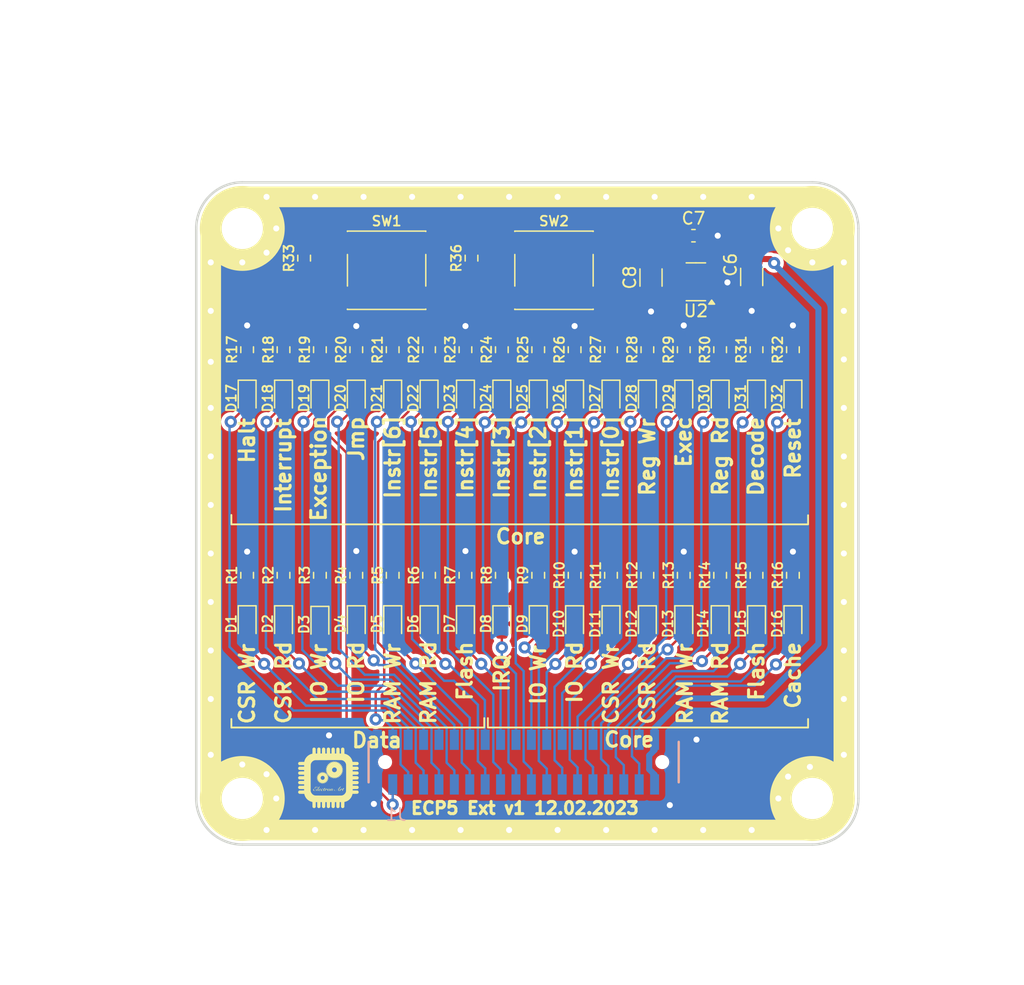
<source format=kicad_pcb>
(kicad_pcb (version 20240108) (generator "pcbnew") (generator_version "8.0")
  (layers (0 "F.Cu" signal) (1 "In1.Cu" signal) (2 "In2.Cu" signal) (31 "B.Cu" signal) (34 "B.Paste" user) (35 "F.Paste" user) (36 "B.SilkS" user "B.Silkscreen") (37 "F.SilkS" user "F.Silkscreen") (38 "B.Mask" user) (39 "F.Mask" user) (44 "Edge.Cuts" user))
  (net 0 "")
  (net 1 "+3.3V")
  (net 2 "Net-(U2-BP)")
  (net 3 "GND")
  (net 4 "+5V")
  (net 5 "Net-(D1-K)")
  (net 6 "EXT_32")
  (net 7 "Net-(D2-K)")
  (net 8 "EXT_30")
  (net 9 "Net-(D3-K)")
  (net 10 "EXT_28")
  (net 11 "Net-(D4-K)")
  (net 12 "EXT_26")
  (net 13 "Net-(D5-K)")
  (net 14 "EXT_24")
  (net 15 "Net-(D6-K)")
  (net 16 "EXT_22")
  (net 17 "Net-(D7-K)")
  (net 18 "EXT_20")
  (net 19 "Net-(D8-K)")
  (net 20 "EXT_18")
  (net 21 "Net-(D9-K)")
  (net 22 "EXT_16")
  (net 23 "Net-(D10-K)")
  (net 24 "EXT_14")
  (net 25 "Net-(D11-K)")
  (net 26 "EXT_12")
  (net 27 "Net-(D12-K)")
  (net 28 "EXT_10")
  (net 29 "Net-(D13-K)")
  (net 30 "EXT_8")
  (net 31 "Net-(D14-K)")
  (net 32 "EXT_6")
  (net 33 "Net-(D15-K)")
  (net 34 "EXT_4")
  (net 35 "Net-(D16-K)")
  (net 36 "EXT_2")
  (net 37 "Net-(D17-K)")
  (net 38 "EXT_31")
  (net 39 "Net-(D18-K)")
  (net 40 "EXT_29")
  (net 41 "Net-(D19-K)")
  (net 42 "EXT_27")
  (net 43 "Net-(D20-K)")
  (net 44 "EXT_25")
  (net 45 "Net-(D21-K)")
  (net 46 "EXT_23")
  (net 47 "Net-(D22-K)")
  (net 48 "EXT_21")
  (net 49 "Net-(D23-K)")
  (net 50 "EXT_19")
  (net 51 "Net-(D24-K)")
  (net 52 "EXT_17")
  (net 53 "Net-(D25-K)")
  (net 54 "EXT_15")
  (net 55 "Net-(D26-K)")
  (net 56 "EXT_13")
  (net 57 "Net-(D27-K)")
  (net 58 "EXT_11")
  (net 59 "Net-(D28-K)")
  (net 60 "EXT_9")
  (net 61 "Net-(D29-K)")
  (net 62 "EXT_7")
  (net 63 "Net-(D30-K)")
  (net 64 "EXT_5")
  (net 65 "Net-(D31-K)")
  (net 66 "EXT_3")
  (net 67 "Net-(D32-K)")
  (net 68 "EXT_1")
  (net 69 "EXT_0")
  (net 70 "EXT_33")
  (net 71 "Net-(R33-Pad2)")
  (net 72 "Net-(R36-Pad2)")
  (footprint "Resistor_SMD:R_0603_1608Metric" (layer "F.Cu") (at 156 83.2 90)
    (property "Reference" "R27")
    (property "Value" "750")
  )
  (footprint "LED_SMD:LED_0603_1608Metric" (layer "F.Cu") (at 144 87.2 -90)
    (property "Reference" "D23")
    (property "Value" "BLUE")
  )
  (footprint "Resistor_SMD:R_0603_1608Metric" (layer "F.Cu") (at 162 83.2 90)
    (property "Reference" "R29")
    (property "Value" "330")
  )
  (footprint "Resistor_SMD:R_0603_1608Metric" (layer "F.Cu") (at 141 101.8 90)
    (property "Reference" "R6")
    (property "Value" "330")
  )
  (footprint "Resistor_SMD:R_0603_1608Metric" (layer "F.Cu") (at 162 101.8 90)
    (property "Reference" "R13")
    (property "Value" "330")
  )
  (footprint "MountingHole:MountingHole_3.2mm_M3" (layer "F.Cu") (at 172.6 73.2)
    (property "Reference" "H2" (hide yes))
    (property "Value" "MountingHole" (hide yes))
  )
  (footprint "Resistor_SMD:R_0603_1608Metric" (layer "F.Cu") (at 150 101.8 90)
    (property "Reference" "R9")
    (property "Value" "750")
  )
  (footprint "Capacitor_SMD:C_0603_1608Metric" (layer "F.Cu") (at 162.8 73.8)
    (property "Reference" "C7")
    (property "Value" "470p")
  )
  (footprint "MountingHole:MountingHole_3.2mm_M3" (layer "F.Cu") (at 125.6 73.2)
    (property "Reference" "H1" (hide yes))
    (property "Value" "MountingHole" (hide yes))
  )
  (footprint "Resistor_SMD:R_0603_1608Metric" (layer "F.Cu") (at 165 101.8 90)
    (property "Reference" "R14")
    (property "Value" "330")
  )
  (footprint "Resistor_SMD:R_0603_1608Metric" (layer "F.Cu") (at 126 83.2 90)
    (property "Reference" "R17")
    (property "Value" "715")
  )
  (footprint "LED_SMD:LED_0603_1608Metric" (layer "F.Cu") (at 138 87.2 -90)
    (property "Reference" "D21")
    (property "Value" "BLUE")
  )
  (footprint "Resistor_SMD:R_0603_1608Metric" (layer "F.Cu") (at 165 83.2 90)
    (property "Reference" "R30")
    (property "Value" "330")
  )
  (footprint "LED_SMD:LED_0603_1608Metric" (layer "F.Cu") (at 129 87.2 -90)
    (property "Reference" "D18")
    (property "Value" "RED")
  )
  (footprint "MountingHole:MountingHole_3.2mm_M3" (layer "F.Cu") (at 125.6 120.2)
    (property "Reference" "H4" (hide yes))
    (property "Value" "MountingHole" (hide yes))
  )
  (footprint "LED_SMD:LED_0603_1608Metric" (layer "F.Cu") (at 138 105.8 -90)
    (property "Reference" "D5")
    (property "Value" "BLUE")
  )
  (footprint "Resistor_SMD:R_0603_1608Metric" (layer "F.Cu") (at 138 101.8 90)
    (property "Reference" "R5")
    (property "Value" "330")
  )
  (footprint "Resistor_SMD:R_0603_1608Metric" (layer "F.Cu") (at 129 101.8 90)
    (property "Reference" "R2")
    (property "Value" "715")
  )
  (footprint "Resistor_SMD:R_0603_1608Metric" (layer "F.Cu") (at 159 83.2 90)
    (property "Reference" "R28")
    (property "Value" "750")
  )
  (footprint "Capacitor_SMD:C_1206_3216Metric" (layer "F.Cu") (at 159.3 77.25 -90)
    (property "Reference" "C8")
    (property "Value" "2.2µF")
  )
  (footprint "LED_SMD:LED_0603_1608Metric" (layer "F.Cu") (at 156 87.2 -90)
    (property "Reference" "D27")
    (property "Value" "YLW")
  )
  (footprint "Resistor_SMD:R_0603_1608Metric" (layer "F.Cu") (at 144 83.2 90)
    (property "Reference" "R23")
    (property "Value" "330")
  )
  (footprint "LED_SMD:LED_0603_1608Metric" (layer "F.Cu") (at 159 105.8 -90)
    (property "Reference" "D12")
    (property "Value" "YLW")
  )
  (footprint "LED_SMD:LED_0603_1608Metric" (layer "F.Cu") (at 168 87.2 -90)
    (property "Reference" "D31")
    (property "Value" "GREEN")
  )
  (footprint "LED_SMD:LED_0603_1608Metric" (layer "F.Cu") (at 171 87.2 -90)
    (property "Reference" "D32")
    (property "Value" "GREEN")
  )
  (footprint "Resistor_SMD:R_0603_1608Metric" (layer "F.Cu") (at 159 101.8 90)
    (property "Reference" "R12")
    (property "Value" "750")
  )
  (footprint "LED_SMD:LED_0603_1608Metric" (layer "F.Cu") (at 144 105.8 -90)
    (property "Reference" "D7")
    (property "Value" "BLUE")
  )
  (footprint "Resistor_SMD:R_0603_1608Metric" (layer "F.Cu") (at 150 83.2 90)
    (property "Reference" "R25")
    (property "Value" "750")
  )
  (footprint "Resistor_SMD:R_0603_1608Metric" (layer "F.Cu") (at 144.5 75.65 90)
    (property "Reference" "R36")
    (property "Value" "130")
  )
  (footprint "LED_SMD:LED_0603_1608Metric" (layer "F.Cu") (at 147 105.8 -90)
    (property "Reference" "D8")
    (property "Value" "BLUE")
  )
  (footprint "Resistor_SMD:R_0603_1608Metric" (layer "F.Cu") (at 132 83.2 90)
    (property "Reference" "R19")
    (property "Value" "715")
  )
  (footprint "LOGO" (layer "F.Cu") (at 132.7 118.5)
    (property "Reference" "G***" (hide yes))
    (property "Value" "LOGO" (hide yes))
  )
  (footprint "LED_SMD:LED_0603_1608Metric" (layer "F.Cu") (at 150 87.2 -90)
    (property "Reference" "D25")
    (property "Value" "YLW")
  )
  (footprint "LED_SMD:LED_0603_1608Metric" (layer "F.Cu") (at 126 87.2 -90)
    (property "Reference" "D17")
    (property "Value" "RED")
  )
  (footprint "LED_SMD:LED_0603_1608Metric" (layer "F.Cu") (at 150 105.8 -90)
    (property "Reference" "D9")
    (property "Value" "YLW")
  )
  (footprint "LED_SMD:LED_0603_1608Metric" (layer "F.Cu") (at 141 87.2 -90)
    (property "Reference" "D22")
    (property "Value" "BLUE")
  )
  (footprint "Resistor_SMD:R_0603_1608Metric" (layer "F.Cu") (at 153 101.8 90)
    (property "Reference" "R10")
    (property "Value" "750")
  )
  (footprint "Resistor_SMD:R_0603_1608Metric" (layer "F.Cu") (at 147 101.8 90)
    (property "Reference" "R8")
    (property "Value" "330")
  )
  (footprint "Resistor_SMD:R_0603_1608Metric" (layer "F.Cu") (at 126 101.8 90)
    (property "Reference" "R1")
    (property "Value" "715")
  )
  (footprint "Button_Switch_SMD:SW_SPST_PTS645" (layer "F.Cu") (at 137.5 76.65)
    (property "Reference" "SW1")
    (property "Value" "User")
  )
  (footprint "Resistor_SMD:R_0603_1608Metric" (layer "F.Cu") (at 168 83.2 90)
    (property "Reference" "R31")
    (property "Value" "330")
  )
  (footprint "LED_SMD:LED_0603_1608Metric" (layer "F.Cu") (at 129 105.8 -90)
    (property "Reference" "D2")
    (property "Value" "RED")
  )
  (footprint "LED_SMD:LED_0603_1608Metric" (layer "F.Cu") (at 165 87.2 -90)
    (property "Reference" "D30")
    (property "Value" "GREEN")
  )
  (footprint "LED_SMD:LED_0603_1608Metric" (layer "F.Cu") (at 171 105.8 -90)
    (property "Reference" "D16")
    (property "Value" "GREEN")
  )
  (footprint "Resistor_SMD:R_0603_1608Metric" (layer "F.Cu") (at 171 83.2 90)
    (property "Reference" "R32")
    (property "Value" "330")
  )
  (footprint "Button_Switch_SMD:SW_SPST_PTS645" (layer "F.Cu") (at 151.3 76.65)
    (property "Reference" "SW2")
    (property "Value" "User")
  )
  (footprint "LED_SMD:LED_0603_1608Metric" (layer "F.Cu") (at 168 105.8 -90)
    (property "Reference" "D15")
    (property "Value" "GREEN")
  )
  (footprint "LED_SMD:LED_0603_1608Metric" (layer "F.Cu") (at 132 105.85 -90)
    (property "Reference" "D3")
    (property "Value" "RED")
  )
  (footprint "LED_SMD:LED_0603_1608Metric" (layer "F.Cu") (at 153 87.2 -90)
    (property "Reference" "D26")
    (property "Value" "YLW")
  )
  (footprint "LED_SMD:LED_0603_1608Metric" (layer "F.Cu") (at 135 87.2 -90)
    (property "Reference" "D20")
    (property "Value" "RED")
  )
  (footprint "Resistor_SMD:R_0603_1608Metric" (layer "F.Cu") (at 171 101.8 90)
    (property "Reference" "R16")
    (property "Value" "330")
  )
  (footprint "Resistor_SMD:R_0603_1608Metric" (layer "F.Cu") (at 135 101.8 90)
    (property "Reference" "R4")
    (property "Value" "715")
  )
  (footprint "LED_SMD:LED_0603_1608Metric" (layer "F.Cu") (at 147 87.2 -90)
    (property "Reference" "D24")
    (property "Value" "BLUE")
  )
  (footprint "Resistor_SMD:R_0603_1608Metric" (layer "F.Cu") (at 156 101.8 90)
    (property "Reference" "R11")
    (property "Value" "750")
  )
  (footprint "MountingHole:MountingHole_3.2mm_M3" (layer "F.Cu") (at 172.6 120.2)
    (property "Reference" "H3" (hide yes))
    (property "Value" "MountingHole" (hide yes))
  )
  (footprint "LED_SMD:LED_0603_1608Metric" (layer "F.Cu") (at 153 105.8 -90)
    (property "Reference" "D10")
    (property "Value" "YLW")
  )
  (footprint "Resistor_SMD:R_0603_1608Metric" (layer "F.Cu") (at 130.7 75.65 90)
    (property "Reference" "R33")
    (property "Value" "130")
  )
  (footprint "Package_TO_SOT_SMD:SOT-23-5" (layer "F.Cu") (at 163 77.6 180)
    (property "Reference" "U2")
    (property "Value" "MIC5219-3.3YM5")
  )
  (footprint "Capacitor_SMD:C_1206_3216Metric" (layer "F.Cu") (at 167.6 77.2 -90)
    (property "Reference" "C6")
    (property "Value" "2.2µF")
  )
  (footprint "Resistor_SMD:R_0603_1608Metric" (layer "F.Cu") (at 144 101.8 90)
    (property "Reference" "R7")
    (property "Value" "330")
  )
  (footprint "Resistor_SMD:R_0603_1608Metric" (layer "F.Cu") (at 129 83.2 90)
    (property "Reference" "R18")
    (property "Value" "715")
  )
  (footprint "LED_SMD:LED_0603_1608Metric" (layer "F.Cu") (at 162 105.8 -90)
    (property "Reference" "D13")
    (property "Value" "GREEN")
  )
  (footprint "Resistor_SMD:R_0603_1608Metric" (layer "F.Cu") (at 135 83.2 90)
    (property "Reference" "R20")
    (property "Value" "715")
  )
  (footprint "LED_SMD:LED_0603_1608Metric" (layer "F.Cu") (at 132 87.2 -90)
    (property "Reference" "D19")
    (property "Value" "RED")
  )
  (footprint "LED_SMD:LED_0603_1608Metric" (layer "F.Cu") (at 141 105.8 -90)
    (property "Reference" "D6")
    (property "Value" "BLUE")
  )
  (footprint "Resistor_SMD:R_0603_1608Metric" (layer "F.Cu") (at 132 101.8 90)
    (property "Reference" "R3")
    (property "Value" "715")
  )
  (footprint "LED_SMD:LED_0603_1608Metric" (layer "F.Cu") (at 135 105.8 -90)
    (property "Reference" "D4")
    (property "Value" "RED")
  )
  (footprint "Resistor_SMD:R_0603_1608Metric" (layer "F.Cu") (at 153 83.2 90)
    (property "Reference" "R26")
    (property "Value" "750")
  )
  (footprint "Resistor_SMD:R_0603_1608Metric" (layer "F.Cu") (at 138 83.2 90)
    (property "Reference" "R21")
    (property "Value" "330")
  )
  (footprint "LED_SMD:LED_0603_1608Metric" (layer "F.Cu") (at 162 87.2 -90)
    (property "Reference" "D29")
    (property "Value" "GREEN")
  )
  (footprint "Resistor_SMD:R_0603_1608Metric" (layer "F.Cu") (at 147 83.2 90)
    (property "Reference" "R24")
    (property "Value" "330")
  )
  (footprint "LED_SMD:LED_0603_1608Metric" (layer "F.Cu") (at 165 105.8 -90)
    (property "Reference" "D14")
    (property "Value" "GREEN")
  )
  (footprint "LED_SMD:LED_0603_1608Metric" (layer "F.Cu") (at 156 105.8 -90)
    (property "Reference" "D11")
    (property "Value" "YLW")
  )
  (footprint "Resistor_SMD:R_0603_1608Metric" (layer "F.Cu") (at 141 83.2 90)
    (property "Reference" "R22")
    (property "Value" "330")
  )
  (footprint "LED_SMD:LED_0603_1608Metric" (layer "F.Cu") (at 159 87.2 -90)
    (property "Reference" "D28")
    (property "Value" "YLW")
  )
  (footprint "LED_SMD:LED_0603_1608Metric" (layer "F.Cu") (at 126 105.8 -90)
    (property "Reference" "D1")
    (property "Value" "RED")
  )
  (footprint "Resistor_SMD:R_0603_1608Metric" (layer "F.Cu") (at 168 101.8 90)
    (property "Reference" "R15")
    (property "Value" "330")
  )
  (footprint "ECP5_BGA381_RISCV_EXT:SAMTEC_FLE-120-01-G-DV-A" (layer "B.Cu") (at 148.8 117.2)
    (property "Reference" "J1")
    (property "Value" "EXT")
  )
  (gr_line (start 145.55 114.35) (end 124.7 114.35) (stroke (width 0.15)) (layer "F.SilkS"))
  (gr_line (start 172.25 97.6) (end 124.7 97.6) (stroke (width 0.15)) (layer "F.SilkS"))
  (gr_rect (start 125.6 69.8) (end 172.6 71.4) (stroke (width 0.1)) (fill solid) (layer "F.SilkS"))
  (gr_line (start 172.25 114.35) (end 145.85 114.35) (stroke (width 0.15)) (layer "F.SilkS"))
  (gr_line (start 172.25 113.65) (end 172.25 114.35) (stroke (width 0.15)) (layer "F.SilkS"))
  (gr_rect (start 122.2 73.25) (end 123.8 120.2) (stroke (width 0.1)) (fill solid) (layer "F.SilkS"))
  (gr_line (start 172.25 96.85) (end 172.25 97.55) (stroke (width 0.15)) (layer "F.SilkS"))
  (gr_circle (center 172.6 120.2) (end 175.2 120.2) (stroke (width 1.8)) (fill none) (layer "F.SilkS"))
  (gr_rect (start 174.4 73.25) (end 176 120.2) (stroke (width 0.1)) (fill solid) (layer "F.SilkS"))
  (gr_circle (center 172.6 73.2) (end 175.2 73.2) (stroke (width 1.8)) (fill none) (layer "F.SilkS"))
  (gr_rect (start 125.6 122) (end 172.7 123.6) (stroke (width 0.1)) (fill solid) (layer "F.SilkS"))
  (gr_circle (center 125.6 73.2) (end 128.2 73.2) (stroke (width 1.8)) (fill none) (layer "F.SilkS"))
  (gr_line (start 145.85 114.325) (end 145.85 113.575) (stroke (width 0.15)) (layer "F.SilkS"))
  (gr_line (start 145.55 113.575) (end 145.55 114.325) (stroke (width 0.15)) (layer "F.SilkS"))
  (gr_line (start 124.7 97.575) (end 124.7 96.825) (stroke (width 0.15)) (layer "F.SilkS"))
  (gr_line (start 124.7 114.35) (end 124.7 113.65) (stroke (width 0.15)) (layer "F.SilkS"))
  (gr_circle (center 125.6 120.2) (end 128.2 120.2) (stroke (width 1.8)) (fill none) (layer "F.SilkS"))
  (gr_arc (start 125.6 124) (mid 122.912994 122.887006) (end 121.8 120.2) (stroke (width 0.2)) (layer "Edge.Cuts"))
  (gr_line (start 172.6 124) (end 125.6 124) (stroke (width 0.2)) (layer "Edge.Cuts"))
  (gr_arc (start 121.8 73.2) (mid 122.912994 70.512994) (end 125.6 69.4) (stroke (width 0.2)) (layer "Edge.Cuts"))
  (gr_arc (start 172.6 69.4) (mid 175.287005 70.512994) (end 176.4 73.2) (stroke (width 0.2)) (layer "Edge.Cuts"))
  (gr_line (start 125.6 69.4) (end 172.6 69.4) (stroke (width 0.2)) (layer "Edge.Cuts"))
  (gr_line (start 176.4 73.2) (end 176.4 120.2) (stroke (width 0.2)) (layer "Edge.Cuts"))
  (gr_arc (start 176.4 120.2) (mid 175.287006 122.887006) (end 172.6 124) (stroke (width 0.2)) (layer "Edge.Cuts"))
  (gr_line (start 121.8 120.2) (end 121.8 73.2) (stroke (width 0.2)) (layer "Edge.Cuts"))
  (gr_text "Exec" (at 162 90.8 90) (layer "F.SilkS") (effects (font (size 1.2 1.2) (thickness 0.25) (bold yes))))
  (gr_text "Data" (at 136.7 115.4 0) (layer "F.SilkS") (effects (font (size 1.2 1.2) (thickness 0.25) (bold yes))))
  (gr_text "Interrupt" (at 129 92.75 90) (layer "F.SilkS") (effects (font (size 1.2 1.2) (thickness 0.25) (bold yes))))
  (gr_text "Core" (at 157.5 115.35 0) (layer "F.SilkS") (effects (font (size 1.2 1.2) (thickness 0.25) (bold yes))))
  (gr_text "Flash" (at 143.95 109.7 90) (layer "F.SilkS") (effects (font (size 1.2 1.2) (thickness 0.25) (bold yes))))
  (gr_text "Core" (at 148.55 98.6 0) (layer "F.SilkS") (effects (font (size 1.2 1.2) (thickness 0.25) (bold yes))))
  (gr_text "Instr[1]" (at 153 92.05 90) (layer "F.SilkS") (effects (font (size 1.2 1.2) (thickness 0.25) (bold yes))))
  (gr_text "Reg Rd" (at 165 91.95 90) (layer "F.SilkS") (effects (font (size 1.2 1.2) (thickness 0.25) (bold yes))))
  (gr_text "Instr[3]" (at 147 92.05 90) (layer "F.SilkS") (effects (font (size 1.2 1.2) (thickness 0.25) (bold yes))))
  (gr_text "Instr[4]" (at 144 92.05 90) (layer "F.SilkS") (effects (font (size 1.2 1.2) (thickness 0.25) (bold yes))))
  (gr_text "Instr[2]" (at 150 92.05 90) (layer "F.SilkS") (effects (font (size 1.2 1.2) (thickness 0.25) (bold yes))))
  (gr_text "Instr[6]" (at 138 92.05 90) (layer "F.SilkS") (effects (font (size 1.2 1.2) (thickness 0.25) (bold yes))))
  (gr_text "CSR Rd" (at 159 110.7 90) (layer "F.SilkS") (effects (font (size 1.2 1.2) (thickness 0.25) (bold yes))))
  (gr_text "Instr[5]" (at 141 92.05 90) (layer "F.SilkS") (effects (font (size 1.2 1.2) (thickness 0.25) (bold yes))))
  (gr_text "IO Wr" (at 150 110 90) (layer "F.SilkS") (effects (font (size 1.2 1.2) (thickness 0.25) (bold yes))))
  (gr_text "Decode" (at 167.95 92 90) (layer "F.SilkS") (effects (font (size 1.2 1.2) (thickness 0.25) (bold yes))))
  (gr_text "Exception" (at 131.9 93 90) (layer "F.SilkS") (effects (font (size 1.2 1.2) (thickness 0.25) (bold yes))))
  (gr_text "Halt" (at 126 90.7 90) (layer "F.SilkS") (effects (font (size 1.2 1.2) (thickness 0.25) (bold yes))))
  (gr_text "IO Wr" (at 131.95 109.9 90) (layer "F.SilkS") (effects (font (size 1.2 1.2) (thickness 0.25) (bold yes))))
  (gr_text "CSR Rd" (at 129 110.65 90) (layer "F.SilkS") (effects (font (size 1.2 1.2) (thickness 0.25) (bold yes))))
  (gr_text "Cache" (at 171 110.05 90) (layer "F.SilkS") (effects (font (size 1.2 1.2) (thickness 0.25) (bold yes))))
  (gr_text "RAM Rd" (at 140.95 110.65 90) (layer "F.SilkS") (effects (font (size 1.2 1.2) (thickness 0.25) (bold yes))))
  (gr_text "RAM Wr" (at 162.1 110.75 90) (layer "F.SilkS") (effects (font (size 1.2 1.2) (thickness 0.25) (bold yes))))
  (gr_text "RAM Wr" (at 138 110.75 90) (layer "F.SilkS") (effects (font (size 1.2 1.2) (thickness 0.25) (bold yes))))
  (gr_text "Reset\n" (at 171 91.35 90) (layer "F.SilkS") (effects (font (size 1.2 1.2) (thickness 0.25) (bold yes))))
  (gr_text "Flash" (at 168 109.7 90) (layer "F.SilkS") (effects (font (size 1.2 1.2) (thickness 0.25) (bold yes))))
  (gr_text "IRQ" (at 147 109.85 90) (layer "F.SilkS") (effects (font (size 1.2 1.2) (thickness 0.25) (bold yes))))
  (gr_text "CSR Wr" (at 156 110.75 90) (layer "F.SilkS") (effects (font (size 1.2 1.2) (thickness 0.25) (bold yes))))
  (gr_text "Instr[0]" (at 156 92.05 90) (layer "F.SilkS") (effects (font (size 1.2 1.2) (thickness 0.25) (bold yes))))
  (gr_text "Reg Wr" (at 159 92.05 90) (layer "F.SilkS") (effects (font (size 1.2 1.2) (thickness 0.25) (bold yes))))
  (gr_text "ECP5 Ext v1 12.02.2023" (at 148.9 121 0) (layer "F.SilkS") (effects (font (size 1 1) (thickness 0.25))))
  (gr_text "IO Rd" (at 135 109.8 90) (layer "F.SilkS") (effects (font (size 1.2 1.2) (thickness 0.25) (bold yes))))
  (gr_text "CSR Wr" (at 126 110.75 90) (layer "F.SilkS") (effects (font (size 1.2 1.2) (thickness 0.25) (bold yes))))
  (gr_text "RAM Rd" (at 165 110.7 90) (layer "F.SilkS") (effects (font (size 1.2 1.2) (thickness 0.25) (bold yes))))
  (gr_text "Jmp" (at 135 90.55 90) (layer "F.SilkS") (effects (font (size 1.2 1.2) (thickness 0.25) (bold yes))))
  (gr_text "IO Rd" (at 153 109.8 90) (layer "F.SilkS") (effects (font (size 1.2 1.2) (thickness 0.25) (bold yes))))
  (segment (start 157.525 76.475) (end 158.225 75.775) (width 0.5) (layer "F.Cu") (net 1))
  (segment (start 130.7 76.475) (end 144.5 76.475) (width 0.5) (layer "F.Cu") (net 1))
  (segment (start 144.5 76.475) (end 157.525 76.475) (width 0.5) (layer "F.Cu") (net 1))
  (segment (start 159.3 76.35) (end 159.3 75.775) (width 0.5) (layer "F.Cu") (net 1))
  (segment (start 161.549 78.599) (end 159.3 76.35) (width 0.5) (layer "F.Cu") (net 1))
  (segment (start 158.225 75.775) (end 159.3 75.775) (width 0.5) (layer "F.Cu") (net 1))
  (segment (start 161.8805 76.699) (end 161.8805 73.9445) (width 0.5) (layer "F.Cu") (net 2))
  (segment (start 159.3 80.05) (end 159.3 78.725) (width 0.5) (layer "F.Cu") (net 3))
  (segment (start 164.1555 77.649) (end 165.599 77.649) (width 0.5) (layer "F.Cu") (net 3))
  (segment (start 165.599 77.649) (end 165.6 77.65) (width 0.5) (layer "F.Cu") (net 3))
  (segment (start 167.6 80) (end 167.6 78.675) (width 0.5) (layer "F.Cu") (net 3))
  (segment (start 135 100.975) (end 135 99.8) (width 0.5) (layer "F.Cu") (net 3))
  (segment (start 163.575 73.8) (end 164.8 73.8) (width 0.5) (layer "F.Cu") (net 3))
  (via (at 171 99.85) (size 1) (drill 0.5) (layers "F.Cu" "B.Cu") (net 3))
  (via (at 160.85 120.75) (size 1) (drill 0.5) (layers "F.Cu" "B.Cu") (net 3))
  (via (at 127.6 118.2) (size 1) (drill 0.5) (layers "F.Cu" "B.Cu") (net 3))
  (via (at 123 92) (size 1) (drill 0.5) (layers "F.Cu" "B.Cu") (net 3))
  (via (at 159.6 70.6) (size 1) (drill 0.5) (layers "F.Cu" "B.Cu") (net 3))
  (via (at 131.6 70.6) (size 1) (drill 0.5) (layers "F.Cu" "B.Cu") (net 3))
  (via (at 125.6 76) (size 1) (drill 0.5) (layers "F.Cu" "B.Cu") (net 3))
  (via (at 131.6 122.8) (size 1) (drill 0.5) (layers "F.Cu" "B.Cu") (net 3))
  (via (at 175.2 96) (size 1) (drill 0.5) (layers "F.Cu" "B.Cu") (net 3))
  (via (at 127.6 70.6) (size 1) (drill 0.5) (layers "F.Cu" "B.Cu") (net 3))
  (via (at 128.4 73.2) (size 1) (drill 0.5) (layers "F.Cu" "B.Cu") (net 3))
  (via (at 172.4 117.6) (size 1) (drill 0.5) (layers "F.Cu" "B.Cu") (net 3))
  (via (at 127.6 122.8) (size 1) (drill 0.5) (layers "F.Cu" "B.Cu") (net 3))
  (via (at 153 81.25) (size 1) (drill 0.5) (layers "F.Cu" "B.Cu") (net 3))
  (via (at 175.2 104) (size 1) (drill 0.5) (layers "F.Cu" "B.Cu") (net 3))
  (via (at 125.6 117.4) (size 1) (drill 0.5) (layers "F.Cu" "B.Cu") (net 3))
  (via (at 164.8 73.8) (size 1) (drill 0.5) (layers "F.Cu" "B.Cu") (net 3))
  (via (at 123 88) (size 1) (drill 0.5) (layers "F.Cu" "B.Cu") (net 3))
  (via (at 135.6 70.6) (size 1) (drill 0.5) (layers "F.Cu" "B.Cu") (net 3))
  (via (at 139.6 70.6) (size 1) (drill 0.5) (layers "F.Cu" "B.Cu") (net 3))
  (via (at 163.6 122.8) (size 1) (drill 0.5) (layers "F.Cu" "B.Cu") (net 3))
  (via (at 123 104) (size 1) (drill 0.5) (layers "F.Cu" "B.Cu") (net 3))
  (via (at 155.6 70.6) (size 1) (drill 0.5) (layers "F.Cu" "B.Cu") (net 3))
  (via (at 172.6 76) (size 1) (drill 0.5) (layers "F.Cu" "B.Cu") (net 3))
  (via (at 175.2 108) (size 1) (drill 0.5) (layers "F.Cu" "B.Cu") (net 3))
  (via (at 170.6 75) (size 1) (drill 0.5) (layers "F.Cu" "B.Cu") (net 3))
  (via (at 175.2 112) (size 1) (drill 0.5) (layers "F.Cu" "B.Cu") (net 3))
  (via (at 143.6 122.8) (size 1) (drill 0.5) (layers "F.Cu" "B.Cu") (net 3))
  (via (at 159.3 80.05) (size 1) (drill 0.5) (layers "F.Cu" "B.Cu") (net 3))
  (via (at 123 76) (size 1) (drill 0.5) (layers "F.Cu" "B.Cu") (net 3))
  (via (at 175.2 92) (size 1) (drill 0.5) (layers "F.Cu" "B.Cu") (net 3))
  (via (at 167.6 70.6) (size 1) (drill 0.5) (layers "F.Cu" "B.Cu") (net 3))
  (via (at 155.6 122.8) (size 1) (drill 0.5) (layers "F.Cu" "B.Cu") (net 3))
  (via (at 175.2 100) (size 1) (drill 0.5) (layers "F.Cu" "B.Cu") (net 3))
  (via (at 132.75 115) (size 1) (drill 0.5) (layers "F.Cu" "B.Cu") (net 3))
  (via (at 123 80) (size 1) (drill 0.5) (layers "F.Cu" "B.Cu") (net 3))
  (via (at 171 81.2) (size 1) (drill 0.5) (layers "F.Cu" "B.Cu") (net 3))
  (via (at 159.6 122.8) (size 1) (drill 0.5) (layers "F.Cu" "B.Cu") (net 3))
  (via (at 123 108) (size 1) (drill 0.5) (layers "F.Cu" "B.Cu") (net 3))
  (via (at 151.6 70.6) (size 1) (drill 0.5) (layers "F.Cu" "B.Cu") (net 3))
  (via (at 165.6 77.65) (size 1) (drill 0.5) (layers "F.Cu" "B.Cu") (net 3))
  (via (at 123 84.2) (size 1) (drill 0.5) (layers "F.Cu" "B.Cu") (net 3))
  (via (at 169.8 73.2) (size 1) (drill 0.5) (layers "F.Cu" "B.Cu") (net 3))
  (via (at 126 81.2) (size 1) (drill 0.5) (layers "F.Cu" "B.Cu") (net 3))
  (via (at 175.2 76) (size 1) (drill 0.5) (layers "F.Cu" "B.Cu") (net 3))
  (via (at 123 112) (size 1) (drill 0.5) (layers "F.Cu" "B.Cu") (net 3))
  (via (at 123 116.6) (size 1) (drill 0.5) (layers "F.Cu" "B.Cu") (net 3))
  (via (at 144 99.8) (size 1) (drill 0.5) (layers "F.Cu" "B.Cu") (net 3))
  (via (at 167.6 122.8) (size 1) (drill 0.5) (layers "F.Cu" "B.Cu") (net 3))
  (via (at 175.2 84) (size 1) (drill 0.5) (layers "F.Cu" "B.Cu") (net 3))
  (via (at 163.05 115.35) (size 1) (drill 0.5) (layers "F.Cu" "B.Cu") (net 3))
  (via (at 135.6 122.8) (size 1) (drill 0.5) (layers "F.Cu" "B.Cu") (net 3))
  (via (at 123 96) (size 1) (drill 0.5) (layers "F.Cu" "B.Cu") (net 3))
  (via (at 170.6 118.4) (size 1) (drill 0.5) (layers "F.Cu" "B.Cu") (net 3))
  (via (at 175.2 116.6) (size 1) (drill 0.5) (layers "F.Cu" "B.Cu") (net 3))
  (via (at 128.4 120.2) (size 1) (drill 0.5) (layers "F.Cu" "B.Cu") (net 3))
  (via (at 144 81.25) (size 1) (drill 0.5) (layers "F.Cu" "B.Cu") (net 3))
  (via (at 136.45 120.65) (size 1) (drill 0.5) (layers "F.Cu" "B.Cu") (net 3))
  (via (at 135 99.8) (size 1) (drill 0.5) (layers "F.Cu" "B.Cu") (net 3))
  (via (at 167.6 80) (size 1) (drill 0.5) (layers "F.Cu" "B.Cu") (net 3))
  (via (at 139.6 122.8) (size 1) (drill 0.5) (layers "F.Cu" "B.Cu") (net 3))
  (via (at 126 99.85) (size 1) (drill 0.5) (layers "F.Cu" "B.Cu") (net 3))
  (via (at 151.6 122.8) (size 1) (drill 0.5) (layers "F.Cu" "B.Cu") (net 3))
  (via (at 127.6 75.2) (size 1) (drill 0.5) (layers "F.Cu" "B.Cu") (net 3))
  (via (at 169.8 120.2) (size 1) (drill 0.5) (layers "F.Cu" "B.Cu") (net 3))
  (via (at 175.2 88) (size 1) (drill 0.5) (layers "F.Cu" "B.Cu") (net 3))
  (via (at 162 81.2) (size 1) (drill 0.5) (layers "F.Cu" "B.Cu") (net 3))
  (via (at 147.6 122.8) (size 1) (drill 0.5) (layers "F.Cu" "B.Cu") (net 3))
  (via (at 163.6 70.6) (size 1) (drill 0.5) (layers "F.Cu" "B.Cu") (net 3))
  (via (at 162 99.85) (size 1) (drill 0.5) (layers "F.Cu" "B.Cu") (net 3))
  (via (at 153 99.85) (size 1) (drill 0.5) (layers "F.Cu" "B.Cu") (net 3))
  (via (at 175.2 80) (size 1) (drill 0.5) (layers "F.Cu" "B.Cu") (net 3))
  (via (at 147.6 70.6) (size 1) (drill 0.5) (layers "F.Cu" "B.Cu") (net 3))
  (via (at 135 81.25) (size 1) (drill 0.5) (layers "F.Cu" "B.Cu") (net 3))
  (via (at 143.6 70.6) (size 1) (drill 0.5) (layers "F.Cu" "B.Cu") (net 3))
  (via (at 123 100) (size 1) (drill 0.5) (layers "F.Cu" "B.Cu") (net 3))
  (segment (start 165.001 76.699) (end 165.975 75.725) (width 0.5) (layer "F.Cu") (net 4))
  (segment (start 163.493001 78.599) (end 164.1555 78.599) (width 0.5) (layer "F.Cu") (net 4))
  (segment (start 164.1555 76.699) (end 165.001 76.699) (width 0.5) (layer "F.Cu") (net 4))
  (segment (start 167.6 75.725) (end 169.125 75.725) (width 0.5) (layer "F.Cu") (net 4))
  (segment (start 164.1555 76.699) (end 163.551 76.699) (width 0.5) (layer "F.Cu") (net 4))
  (segment (start 163.05 77.2) (end 163.05 78.155999) (width 0.5) (layer "F.Cu") (net 4))
  (segment (start 163.05 78.155999) (end 163.493001 78.599) (width 0.5) (layer "F.Cu") (net 4))
  (segment (start 163.551 76.699) (end 163.05 77.2) (width 0.5) (layer "F.Cu") (net 4))
  (segment (start 169.125 75.725) (end 169.45 76.05) (width 0.5) (layer "F.Cu") (net 4))
  (segment (start 165.975 75.725) (end 167.6 75.725) (width 0.5) (layer "F.Cu") (net 4))
  (via (at 169.45 76.05) (size 1) (drill 0.5) (layers "F.Cu" "B.Cu") (net 4))
  (segment (start 168.6 111.95) (end 173.1 107.45) (width 0.5) (layer "B.Cu") (net 4))
  (segment (start 162.05 111.95) (end 168.6 111.95) (width 0.5) (layer "B.Cu") (net 4))
  (segment (start 159.595 119.0425) (end 159.595 118.245) (width 0.5) (layer "B.Cu") (net 4))
  (segment (start 159.15 116.65) (end 159.595 116.205) (width 0.5) (layer "B.Cu") (net 4))
  (segment (start 169.35 76.05) (end 169.5 76.2) (width 0.5) (layer "B.Cu") (net 4))
  (segment (start 159.595 115.3575) (end 159.595 114.405) (width 0.5) (layer "B.Cu") (net 4))
  (segment (start 169.45 76.15) (end 169.45 76.05) (width 0.5) (layer "B.Cu") (net 4))
  (segment (start 159.595 116.205) (end 159.595 115.3575) (width 0.5) (layer "B.Cu") (net 4))
  (segment (start 169.45 76.05) (end 169.35 76.05) (width 0.5) (layer "B.Cu") (net 4))
  (segment (start 173.1 107.45) (end 173.1 79.8) (width 0.5) (layer "B.Cu") (net 4))
  (segment (start 159.595 118.245) (end 159.15 117.8) (width 0.5) (layer "B.Cu") (net 4))
  (segment (start 159.15 117.8) (end 159.15 116.65) (width 0.5) (layer "B.Cu") (net 4))
  (segment (start 159.595 114.405) (end 162.05 111.95) (width 0.5) (layer "B.Cu") (net 4))
  (segment (start 173.1 79.8) (end 169.45 76.15) (width 0.5) (layer "B.Cu") (net 4))
  (segment (start 126 105.0125) (end 126 102.625) (width 0.5) (layer "F.Cu") (net 5))
  (segment (start 134.2 116.9) (end 134.2 91.7) (width 0.2) (layer "F.Cu") (net 6))
  (segment (start 138 120.7) (end 134.2 116.9) (width 0.2) (layer "F.Cu") (net 6))
  (segment (start 133.52 87.98) (end 133.52 78.9) (width 0.2) (layer "F.Cu") (net 6))
  (segment (start 133.52 78.9) (end 141.48 78.9) (width 0.5) (layer "F.Cu") (net 6))
  (segment (start 132.7 90.2) (end 132.7 88.8) (width 0.2) (layer "F.Cu") (net 6))
  (segment (start 132.7 88.8) (end 133.52 87.98) (width 0.2) (layer "F.Cu") (net 6))
  (segment (start 134.2 91.7) (end 132.7 90.2) (width 0.2) (layer "F.Cu") (net 6))
  (via (at 138 120.7) (size 1) (drill 0.5) (layers "F.Cu" "B.Cu") (net 6))
  (segment (start 138.005 120.695) (end 138 120.7) (width 0.2) (layer "B.Cu") (net 6))
  (segment (start 138.005 119.0425) (end 138.005 120.695) (width 0.2) (layer "B.Cu") (net 6))
  (segment (start 129 105.0125) (end 129 102.625) (width 0.5) (layer "F.Cu") (net 7))
  (segment (start 124.65 89.15) (end 125.8125 87.9875) (width 0.2) (layer "F.Cu") (net 8))
  (via (at 124.65 89.15) (size 1) (drill 0.5) (layers "F.Cu" "B.Cu") (net 8))
  (segment (start 139.275 118.025) (end 139.275 119.0425) (width 0.2) (layer "B.Cu") (net 8))
  (segment (start 124.55 89.25) (end 124.55 107.7) (width 0.2) (layer "B.Cu") (net 8))
  (segment (start 129.8 112.95) (end 137.35 112.95) (width 0.2) (layer "B.Cu") (net 8))
  (segment (start 138.65 114.25) (end 138.65 117.4) (width 0.2) (layer "B.Cu") (net 8))
  (segment (start 124.55 107.7) (end 129.8 112.95) (width 0.2) (layer "B.Cu") (net 8))
  (segment (start 124.65 89.15) (end 124.55 89.25) (width 0.2) (layer "B.Cu") (net 8))
  (segment (start 138.65 117.4) (end 139.275 118.025) (width 0.2) (layer "B.Cu") (net 8))
  (segment (start 137.35 112.95) (end 138.65 114.25) (width 0.2) (layer "B.Cu") (net 8))
  (segment (start 132 105.0625) (end 132 102.625) (width 0.5) (layer "F.Cu") (net 9))
  (segment (start 127.6 89.15) (end 128.7625 87.9875) (width 0.2) (layer "F.Cu") (net 10))
  (via (at 127.6 89.15) (size 1) (drill 0.5) (layers "F.Cu" "B.Cu") (net 10))
  (segment (start 139.9 117.25) (end 140.545 117.895) (width 0.2) (layer "B.Cu") (net 10))
  (segment (start 137.579 112) (end 139.9 114.321) (width 0.2) (layer "B.Cu") (net 10))
  (segment (start 127.55 89.2) (end 127.55 107.75) (width 0.2) (layer "B.Cu") (net 10))
  (segment (start 140.545 117.895) (end 140.545 119.0425) (width 0.2) (layer "B.Cu") (net 10))
  (segment (start 139.9 114.321) (end 139.9 117.25) (width 0.2) (layer "B.Cu") (net 10))
  (segment (start 127.55 107.75) (end 131.8 112) (width 0.2) (layer "B.Cu") (net 10))
  (segment (start 127.6 89.15) (end 127.55 89.2) (width 0.2) (layer "B.Cu") (net 10))
  (segment (start 131.8 112) (end 137.579 112) (width 0.2) (layer "B.Cu") (net 10))
  (segment (start 135 105.0125) (end 135 102.625) (width 0.5) (layer "F.Cu") (net 11))
  (segment (start 130.65 89.15) (end 131.8125 87.9875) (width 0.2) (layer "F.Cu") (net 12))
  (via (at 130.65 89.15) (size 1) (drill 0.5) (layers "F.Cu" "B.Cu") (net 12))
  (segment (start 130.55 89.25) (end 130.55 107.95) (width 0.2) (layer "B.Cu") (net 12))
  (segment (start 130.55 107.95) (end 133.5 110.9) (width 0.2) (layer "B.Cu") (net 12))
  (segment (start 141.2 114.35) (end 141.2 117.25) (width 0.2) (layer "B.Cu") (net 12))
  (segment (start 130.65 89.15) (end 130.55 89.25) (width 0.2) (layer "B.Cu") (net 12))
  (segment (start 141.815 117.865) (end 141.815 119.0425) (width 0.2) (layer "B.Cu") (net 12))
  (segment (start 133.5 110.9) (end 137.75 110.9) (width 0.2) (layer "B.Cu") (net 12))
  (segment (start 141.2 117.25) (end 141.815 117.865) (width 0.2) (layer "B.Cu") (net 12))
  (segment (start 137.75 110.9) (end 141.2 114.35) (width 0.2) (layer "B.Cu") (net 12))
  (segment (start 138 105.0125) (end 138 102.625) (width 0.5) (layer "F.Cu") (net 13))
  (segment (start 133.711286 89.138714) (end 134.8625 87.9875) (width 0.2) (layer "F.Cu") (net 14))
  (segment (start 133.4265 89.138714) (end 133.711286 89.138714) (width 0.2) (layer "F.Cu") (net 14))
  (via (at 133.4265 89.138714) (size 1) (drill 0.5) (layers "F.Cu" "B.Cu") (net 14))
  (segment (start 138.119 110) (end 142.45 114.331) (width 0.2) (layer "B.Cu") (net 14))
  (segment (start 142.45 114.331) (end 142.45 117.25) (width 0.2) (layer "B.Cu") (net 14))
  (segment (start 133.55 89.262214) (end 133.55 107.85) (width 0.2) (layer "B.Cu") (net 14))
  (segment (start 135.7 110) (end 138.119 110) (width 0.2) (layer "B.Cu") (net 14))
  (segment (start 142.45 117.25) (end 143.085 117.885) (width 0.2) (layer "B.Cu") (net 14))
  (segment (start 133.4265 89.138714) (end 133.55 89.262214) (width 0.2) (layer "B.Cu") (net 14))
  (segment (start 143.085 117.885) (end 143.085 119.0425) (width 0.2) (layer "B.Cu") (net 14))
  (segment (start 133.55 107.85) (end 135.7 110) (width 0.2) (layer "B.Cu") (net 14))
  (segment (start 141 105.0125) (end 141 102.625) (width 0.5) (layer "F.Cu") (net 15))
  (segment (start 136.7 89.15) (end 137.8625 87.9875) (width 0.2) (layer "F.Cu") (net 16))
  (via (at 136.7 89.15) (size 1) (drill 0.5) (layers "F.Cu" "B.Cu") (net 16))
  (segment (start 144.355 117.905) (end 144.355 119.0425) (width 0.2) (layer "B.Cu") (net 16))
  (segment (start 136.7 89.15) (end 136.55 89.3) (width 0.2) (layer "B.Cu") (net 16))
  (segment (start 143.7 114.1) (end 143.7 117.25) (width 0.2) (layer "B.Cu") (net 16))
  (segment (start 136.55 107.9) (end 137.35 108.7) (width 0.2) (layer "B.Cu") (net 16))
  (segment (start 136.55 89.3) (end 136.55 107.9) (width 0.2) (layer "B.Cu") (net 16))
  (segment (start 137.35 108.7) (end 138.3 108.7) (width 0.2) (layer "B.Cu") (net 16))
  (segment (start 143.7 117.25) (end 144.355 117.905) (width 0.2) (layer "B.Cu") (net 16))
  (segment (start 138.3 108.7) (end 143.7 114.1) (width 0.2) (layer "B.Cu") (net 16))
  (segment (start 144 105.0125) (end 144 102.625) (width 0.5) (layer "F.Cu") (net 17))
  (segment (start 139.5 89.15) (end 140.6625 87.9875) (width 0.2) (layer "F.Cu") (net 18))
  (via (at 139.5 89.15) (size 1) (drill 0.5) (layers "F.Cu" "B.Cu") (net 18))
  (segment (start 139.5 89.15) (end 139.6 89.25) (width 0.2) (layer "B.Cu") (net 18))
  (segment (start 142.25 110.5) (end 143.05 110.5) (width 0.2) (layer "B.Cu") (net 18))
  (segment (start 139.6 107.05) (end 141.05 108.5) (width 0.2) (layer "B.Cu") (net 18))
  (segment (start 143.05 110.5) (end 145.028 112.478) (width 0.2) (layer "B.Cu") (net 18))
  (segment (start 145.625 117.725) (end 145.625 119.0425) (width 0.2) (layer "B.Cu") (net 18))
  (segment (start 139.6 89.25) (end 139.6 107.05) (width 0.2) (layer "B.Cu") (net 18))
  (segment (start 145.028 117.128) (end 145.625 117.725) (width 0.2) (layer "B.Cu") (net 18))
  (segment (start 141.05 109.3) (end 142.25 110.5) (width 0.2) (layer "B.Cu") (net 18))
  (segment (start 141.05 108.5) (end 141.05 109.3) (width 0.2) (layer "B.Cu") (net 18))
  (segment (start 145.028 112.478) (end 145.028 117.128) (width 0.2) (layer "B.Cu") (net 18))
  (segment (start 147 105.0125) (end 147 102.625) (width 0.5) (layer "F.Cu") (net 19))
  (segment (start 142.55 89.15) (end 143.7125 87.9875) (width 0.2) (layer "F.Cu") (net 20))
  (via (at 142.55 89.15) (size 1) (drill 0.5) (layers "F.Cu" "B.Cu") (net 20))
  (segment (start 142.55 89.15) (end 142.55 107.9) (width 0.2) (layer "B.Cu") (net 20))
  (segment (start 146.298 117.198) (end 146.895 117.795) (width 0.2) (layer "B.Cu") (net 20))
  (segment (start 146.895 117.795) (end 146.895 119.0425) (width 0.2) (layer "B.Cu") (net 20))
  (segment (start 146.298 111.648) (end 146.298 117.198) (width 0.2) (layer "B.Cu") (net 20))
  (segment (start 142.55 107.9) (end 146.298 111.648) (width 0.2) (layer "B.Cu") (net 20))
  (segment (start 150 105.0125) (end 150 102.625) (width 0.5) (layer "F.Cu") (net 21))
  (segment (start 145.6 89.2) (end 146.8125 87.9875) (width 0.2) (layer "F.Cu") (net 22))
  (via (at 145.6 89.2) (size 1) (drill 0.5) (layers "F.Cu" "B.Cu") (net 22))
  (segment (start 145.45 108) (end 147.55 110.1) (width 0.2) (layer "B.Cu") (net 22))
  (segment (start 147.55 117.2) (end 148.165 117.815) (width 0.2) (layer "B.Cu") (net 22))
  (segment (start 148.165 117.815) (end 148.165 119.0425) (width 0.2) (layer "B.Cu") (net 22))
  (segment (start 147.55 110.1) (end 147.55 117.2) (width 0.2) (layer "B.Cu") (net 22))
  (segment (start 145.45 89.35) (end 145.45 108) (width 0.2) (layer "B.Cu") (net 22))
  (segment (start 145.6 89.2) (end 145.45 89.35) (width 0.2) (layer "B.Cu") (net 22))
  (segment (start 153 105.0125) (end 153 102.625) (width 0.5) (layer "F.Cu") (net 23))
  (segment (start 148.6 89.2) (end 149.8125 87.9875) (width 0.2) (layer "F.Cu") (net 24))
  (via (at 148.6 89.2) (size 1) (drill 0.5) (layers "F.Cu" "B.Cu") (net 24))
  (segment (start 148.8 109.7) (end 148.8 117.15) (width 0.2) (layer "B.Cu") (net 24))
  (segment (start 148.15 89.65) (end 148.15 109.05) (width 0.2) (layer "B.Cu") (net 24))
  (segment (start 149.435 117.785) (end 149.435 119.0425) (width 0.2) (layer "B.Cu") (net 24))
  (segment (start 148.8 117.15) (end 149.435 117.785) (width 0.2) (layer "B.Cu") (net 24))
  (segment (start 148.15 109.05) (end 148.8 109.7) (width 0.2) (layer "B.Cu") (net 24))
  (segment (start 148.6 89.2) (end 148.15 89.65) (width 0.2) (layer "B.Cu") (net 24))
  (segment (start 156 105.0125) (end 156 102.625) (width 0.5) (layer "F.Cu") (net 25))
  (segment (start 151.55 89.2) (end 152.7625 87.9875) (width 0.2) (layer "F.Cu") (net 26))
  (via (at 151.55 89.2) (size 1) (drill 0.5) (layers "F.Cu" "B.Cu") (net 26))
  (segment (start 150.705 117.755) (end 150.705 119.0425) (width 0.2) (layer "B.Cu") (net 26))
  (segment (start 151.55 89.2) (end 151.55 107.95) (width 0.2) (layer "B.Cu") (net 26))
  (segment (start 151.55 107.95) (end 150.05 109.45) (width 0.2) (layer "B.Cu") (net 26))
  (segment (start 150.05 109.45) (end 150.05 117.1) (width 0.2) (layer "B.Cu") (net 26))
  (segment (start 150.05 117.1) (end 150.705 117.755) (width 0.2) (layer "B.Cu") (net 26))
  (segment (start 159 105.0125) (end 159 102.625) (width 0.5) (layer "F.Cu") (net 27))
  (segment (start 154.6 89.2) (end 155.8125 87.9875) (width 0.2) (layer "F.Cu") (net 28))
  (via (at 154.6 89.2) (size 1) (drill 0.5) (layers "F.Cu" "B.Cu") (net 28))
  (segment (start 151.35 111) (end 151.35 117.05) (width 0.2) (layer "B.Cu") (net 28))
  (segment (start 154.4 107.95) (end 151.35 111) (width 0.2) (layer "B.Cu") (net 28))
  (segment (start 151.975 117.675) (end 151.975 119.0425) (width 0.2) (layer "B.Cu") (net 28))
  (segment (start 154.4 89.4) (end 154.4 107.95) (width 0.2) (layer "B.Cu") (net 28))
  (segment (start 151.35 117.05) (end 151.975 117.675) (width 0.2) (layer "B.Cu") (net 28))
  (segment (start 154.6 89.2) (end 154.4 89.4) (width 0.2) (layer "B.Cu") (net 28))
  (segment (start 162 105.0125) (end 162 102.625) (width 0.5) (layer "F.Cu") (net 29))
  (segment (start 157.6 89.15) (end 158.7625 87.9875) (width 0.2) (layer "F.Cu") (net 30))
  (via (at 157.6 89.15) (size 1) (drill 0.5) (layers "F.Cu" "B.Cu") (net 30))
  (segment (start 157.55 107.25) (end 152.6 112.2) (width 0.2) (layer "B.Cu") (net 30))
  (segment (start 152.6 117) (end 153.245 117.645) (width 0.2) (layer "B.Cu") (net 30))
  (segment (start 157.6 89.15) (end 157.55 89.2) (width 0.2) (layer "B.Cu") (net 30))
  (segment (start 157.55 89.2) (end 157.55 107.25) (width 0.2) (layer "B.Cu") (net 30))
  (segment (start 153.245 117.645) (end 153.245 119.0425) (width 0.2) (layer "B.Cu") (net 30))
  (segment (start 152.6 112.2) (end 152.6 117) (width 0.2) (layer "B.Cu") (net 30))
  (segment (start 165 105.0125) (end 165 102.625) (width 0.5) (layer "F.Cu") (net 31))
  (segment (start 160.6 89.15) (end 160.85 89.15) (width 0.2) (layer "F.Cu") (net 32))
  (segment (start 160.85 89.15) (end 162 88) (width 0.2) (layer "F.Cu") (net 32))
  (via (at 160.6 89.15) (size 1) (drill 0.5) (layers "F.Cu" "B.Cu") (net 32))
  (segment (start 160.6 89.15) (end 160.55 89.2) (width 0.2) (layer "B.Cu") (net 32))
  (segment (start 159.8 107.65) (end 159.8 107.95) (width 0.2) (layer "B.Cu") (net 32))
  (segment (start 154.515 117.615) (end 154.515 119.0425) (width 0.2) (layer "B.Cu") (net 32))
  (segment (start 160.55 106.9) (end 159.8 107.65) (width 0.2) (layer "B.Cu") (net 32))
  (segment (start 160.55 89.2) (end 160.55 106.9) (width 0.2) (layer "B.Cu") (net 32))
  (segment (start 153.9 113.85) (end 153.9 117) (width 0.2) (layer "B.Cu") (net 32))
  (segment (start 153.9 117) (end 154.515 117.615) (width 0.2) (layer "B.Cu") (net 32))
  (segment (start 159.8 107.95) (end 153.9 113.85) (width 0.2) (layer "B.Cu") (net 32))
  (segment (start 168 105.0125) (end 168 102.625) (width 0.5) (layer "F.Cu") (net 33))
  (segment (start 163.6 89.2) (end 164.8125 87.9875) (width 0.2) (layer "F.Cu") (net 34))
  (via (at 163.6 89.2) (size 1) (drill 0.5) (layers "F.Cu" "B.Cu") (net 34))
  (segment (start 160.560015 108.639985) (end 162.410015 108.639985) (width 0.2) (layer "B.Cu") (net 34))
  (segment (start 155.188 114.012) (end 160.560015 108.639985) (width 0.2) (layer "B.Cu") (net 34))
  (segment (start 163.45 89.35) (end 163.6 89.2) (width 0.2) (layer "B.Cu") (net 34))
  (segment (start 155.785 117.535) (end 155.188 116.938) (width 0.2) (layer "B.Cu") (net 34))
  (segment (start 155.785 119.0425) (end 155.785 117.535) (width 0.2) (layer "B.Cu") (net 34))
  (segment (start 155.188 116.938) (end 155.188 114.012) (width 0.2) (layer "B.Cu") (net 34))
  (segment (start 162.410015 108.639985) (end 163.45 107.6) (width 0.2) (layer "B.Cu") (net 34))
  (segment (start 163.45 107.6) (end 163.45 89.35) (width 0.2) (layer "B.Cu") (net 34))
  (segment (start 171 105.0125) (end 171 102.625) (width 0.5) (layer "F.Cu") (net 35))
  (segment (start 166.85 89.2) (end 168 88.05) (width 0.2) (layer "F.Cu") (net 36))
  (via (at 166.85 89.2) (size 1) (drill 0.5) (layers "F.Cu" "B.Cu") (net 36))
  (segment (start 166.5 89.55) (end 166.5 107.65) (width 0.2) (layer "B.Cu") (net 36))
  (segment (start 166.5 107.65) (end 164.45 109.7) (width 0.2) (layer "B.Cu") (net 36))
  (segment (start 156.4 116.8) (end 157.055 117.455) (width 0.2) (layer "B.Cu") (net 36))
  (segment (start 164.45 109.7) (end 161.051 109.7) (width 0.2) (layer "B.Cu") (net 36))
  (segment (start 157.055 117.455) (end 157.055 119.0425) (width 0.2) (layer "B.Cu") (net 36))
  (segment (start 166.85 89.2) (end 166.5 89.55) (width 0.2) (layer "B.Cu") (net 36))
  (segment (start 161.051 109.7) (end 156.4 114.351) (width 0.2) (layer "B.Cu") (net 36))
  (segment (start 156.4 114.351) (end 156.4 116.8) (width 0.2) (layer "B.Cu") (net 36))
  (segment (start 126 86.4125) (end 126 84.025) (width 0.5) (layer "F.Cu") (net 37))
  (segment (start 127.4 109.1) (end 126 107.7) (width 0.2) (layer "F.Cu") (net 38))
  (segment (start 126 107.7) (end 126 106.5875) (width 0.2) (layer "F.Cu") (net 38))
  (via (at 127.4 109.1) (size 1) (drill 0.5) (layers "F.Cu" "B.Cu") (net 38))
  (segment (start 127.4 109.1) (end 130.85 112.55) (width 0.2) (layer "B.Cu") (net 38))
  (segment (start 130.85 112.55) (end 137.5 112.55) (width 0.2) (layer "B.Cu") (net 38))
  (segment (start 137.5 112.55) (end 139.275 114.325) (width 0.2) (layer "B.Cu") (net 38))
  (segment (start 139.275 114.325) (end 139.275 115.3575) (width 0.2) (layer "B.Cu") (net 38))
  (segment (start 129 86.4125) (end 129 84.025) (width 0.5) (layer "F.Cu") (net 39))
  (segment (start 129 106.5875) (end 129 107.8) (width 0.2) (layer "F.Cu") (net 40))
  (segment (start 129 107.8) (end 130.275 109.075) (width 0.2) (layer "F.Cu") (net 40))
  (via (at 130.275 109.075) (size 1) (drill 0.5) (layers "F.Cu" "B.Cu") (net 40))
  (segment (start 137.6 111.4) (end 140.545 114.345) (width 0.2) (layer "B.Cu") (net 40))
  (segment (start 130.275 109.075) (end 132.6 111.4) (width 0.2) (layer "B.Cu") (net 40))
  (segment (start 132.6 111.4) (end 137.6 111.4) (width 0.2) (layer "B.Cu") (net 40))
  (segment (start 140.545 114.345) (end 140.545 115.3575) (width 0.2) (layer "B.Cu") (net 40))
  (segment (start 132 86.4125) (end 132 84.025) (width 0.5) (layer "F.Cu") (net 41))
  (segment (start 132 107.8) (end 132 106.6375) (width 0.2) (layer "F.Cu") (net 42))
  (segment (start 133.275 109.075) (end 132 107.8) (width 0.2) (layer "F.Cu") (net 42))
  (via (at 133.275 109.075) (size 1) (drill 0.5) (layers "F.Cu" "B.Cu") (net 42))
  (segment (start 134.6 110.4) (end 137.85 110.4) (width 0.2) (layer "B.Cu") (net 42))
  (segment (start 141.815 114.365) (end 141.815 115.3575) (width 0.2) (layer "B.Cu") (net 42))
  (segment (start 137.85 110.4) (end 141.815 114.365) (width 0.2) (layer "B.Cu") (net 42))
  (segment (start 133.275 109.075) (end 134.6 110.4) (width 0.2) (layer "B.Cu") (net 42))
  (segment (start 135 86.4125) (end 135 84.025) (width 0.5) (layer "F.Cu") (net 43))
  (segment (start 136.434615 108.812043) (end 135 107.377428) (width 0.2) (layer "F.Cu") (net 44))
  (segment (start 135 107.377428) (end 135 106.5875) (width 0.2) (layer "F.Cu") (net 44))
  (via (at 136.434615 108.812043) (size 1) (drill 0.5) (layers "F.Cu" "B.Cu") (net 44))
  (segment (start 138.15 109.2) (end 143.085 114.135) (width 0.2) (layer "B.Cu") (net 44))
  (segment (start 136.434615 108.812043) (end 136.822572 109.2) (width 0.2) (layer "B.Cu") (net 44))
  (segment (start 136.822572 109.2) (end 138.15 109.2) (width 0.2) (layer "B.Cu") (net 44))
  (segment (start 143.085 114.135) (end 143.085 115.3575) (width 0.2) (layer "B.Cu") (net 44))
  (segment (start 138 86.4125) (end 138 84.025) (width 0.5) (layer "F.Cu") (net 45))
  (segment (start 139.875 109.075) (end 138 107.2) (width 0.2) (layer "F.Cu") (net 46))
  (segment (start 138 107.2) (end 138 106.5875) (width 0.2) (layer "F.Cu") (net 46))
  (via (at 139.875 109.075) (size 1) (drill 0.5) (layers "F.Cu" "B.Cu") (net 46))
  (segment (start 139.875 109.075) (end 144.355 113.555) (width 0.2) (layer "B.Cu") (net 46))
  (segment (start 144.355 113.555) (end 144.355 115.3575) (width 0.2) (layer "B.Cu") (net 46))
  (segment (start 141 86.4125) (end 141 84.025) (width 0.5) (layer "F.Cu") (net 47))
  (segment (start 142.35 109.1) (end 141 107.75) (width 0.2) (layer "F.Cu") (net 48))
  (segment (start 141 107.75) (end 141 106.5875) (width 0.2) (layer "F.Cu") (net 48))
  (via (at 142.35 109.1) (size 1) (drill 0.5) (layers "F.Cu" "B.Cu") (net 48))
  (segment (start 145.6 112.1) (end 145.6 115.3325) (width 0.2) (layer "B.Cu") (net 48))
  (segment (start 142.6 109.1) (end 145.6 112.1) (width 0.2) (layer "B.Cu") (net 48))
  (segment (start 142.35 109.1) (end 142.6 109.1) (width 0.2) (layer "B.Cu") (net 48))
  (segment (start 144 86.4125) (end 144 84.025) (width 0.5) (layer "F.Cu") (net 49))
  (segment (start 145.3 109.1) (end 144 107.8) (width 0.2) (layer "F.Cu") (net 50))
  (segment (start 144 107.8) (end 144 106.5875) (width 0.2) (layer "F.Cu") (net 50))
  (via (at 145.3 109.1) (size 1) (drill 0.5) (layers "F.Cu" "B.Cu") (net 50))
  (segment (start 146.895 110.695) (end 146.895 115.3575) (width 0.2) (layer "B.Cu") (net 50))
  (segment (start 145.3 109.1) (end 146.895 110.695) (width 0.2) (layer "B.Cu") (net 50))
  (segment (start 147 86.4125) (end 147 84.025) (width 0.5) (layer "F.Cu") (net 51))
  (segment (start 147 107.75) (end 147 106.5875) (width 0.2) (layer "F.Cu") (net 52))
  (via (at 147 107.75) (size 1) (drill 0.5) (layers "F.Cu" "B.Cu") (net 52))
  (segment (start 147 107.75) (end 147 108.75) (width 0.2) (layer "B.Cu") (net 52))
  (segment (start 148.165 109.915) (end 148.165 115.3575) (width 0.2) (layer "B.Cu") (net 52))
  (segment (start 147 108.75) (end 148.165 109.915) (width 0.2) (layer "B.Cu") (net 52))
  (segment (start 150 86.4125) (end 150 84.025) (width 0.5) (layer "F.Cu") (net 53))
  (segment (start 148.8765 107.75) (end 150 106.6265) (width 0.2) (layer "F.Cu") (net 54))
  (via (at 148.8765 107.75) (size 1) (drill 0.5) (layers "F.Cu" "B.Cu") (net 54))
  (segment (start 148.8765 107.75) (end 149.435 108.3085) (width 0.2) (layer "B.Cu") (net 54))
  (segment (start 149.435 108.3085) (end 149.435 115.3575) (width 0.2) (layer "B.Cu") (net 54))
  (segment (start 153 86.4125) (end 153 84.025) (width 0.5) (layer "F.Cu") (net 55))
  (segment (start 151.413714 109.113714) (end 153 107.527428) (width 0.2) (layer "F.Cu") (net 56))
  (segment (start 153 107.527428) (end 153 106.5875) (width 0.2) (layer "F.Cu") (net 56))
  (via (at 151.413714 109.113714) (size 1) (drill 0.5) (layers "F.Cu" "B.Cu") (net 56))
  (segment (start 151.413714 109.113714) (end 151.386286 109.113714) (width 0.2) (layer "B.Cu") (net 56))
  (segment (start 150.7 109.8) (end 150.7 115.3525) (width 0.2) (layer "B.Cu") (net 56))
  (segment (start 151.386286 109.113714) (end 150.7 109.8) (width 0.2) (layer "B.Cu") (net 56))
  (segment (start 156 86.4125) (end 156 84.025) (width 0.5) (layer "F.Cu") (net 57))
  (segment (start 154.35 109.1) (end 156 107.45) (width 0.2) (layer "F.Cu") (net 58))
  (segment (start 156 107.45) (end 156 106.5875) (width 0.2) (layer "F.Cu") (net 58))
  (via (at 154.35 109.1) (size 1) (drill 0.5) (layers "F.Cu" "B.Cu") (net 58))
  (segment (start 154.35 109.15) (end 151.975 111.525) (width 0.2) (layer "B.Cu") (net 58))
  (segment (start 154.35 109.1) (end 154.35 109.15) (width 0.2) (layer "B.Cu") (net 58))
  (segment (start 151.975 111.525) (end 151.975 115.3575) (width 0.2) (layer "B.Cu") (net 58))
  (segment (start 159 86.4125) (end 159 84.025) (width 0.5) (layer "F.Cu") (net 59))
  (segment (start 159 107.5) (end 159 106.5875) (width 0.2) (layer "F.Cu") (net 60))
  (segment (start 157.4 109.1) (end 159 107.5) (width 0.2) (layer "F.Cu") (net 60))
  (via (at 157.4 109.1) (size 1) (drill 0.5) (layers "F.Cu" "B.Cu") (net 60))
  (segment (start 157.4 109.1) (end 157.4 109.3) (width 0.2) (layer "B.Cu") (net 60))
  (segment (start 153.245 113.455) (end 153.245 115.3575) (width 0.2) (layer "B.Cu") (net 60))
  (segment (start 157.4 109.3) (end 153.245 113.455) (width 0.2) (layer "B.Cu") (net 60))
  (segment (start 162 86.4125) (end 162 84.025) (width 0.5) (layer "F.Cu") (net 61))
  (segment (start 160.663752 107.912985) (end 161.989237 106.5875) (width 0.2) (layer "F.Cu") (net 62))
  (via (at 160.663752 107.912985) (size 1) (drill 0.5) (layers "F.Cu" "B.Cu") (net 62))
  (segment (start 160.663752 107.912985) (end 160.458881 107.912985) (width 0.2) (layer "B.Cu") (net 62))
  (segment (start 154.515 113.856866) (end 154.515 115.3575) (width 0.2) (layer "B.Cu") (net 62))
  (segment (start 160.458881 107.912985) (end 154.515 113.856866) (width 0.2) (layer "B.Cu") (net 62))
  (segment (start 165 86.4125) (end 165 84.025) (width 0.5) (layer "F.Cu") (net 63))
  (segment (start 165 107.377428) (end 165 106.5875) (width 0.2) (layer "F.Cu") (net 64))
  (segment (start 163.503437 108.873991) (end 165 107.377428) (width 0.2) (layer "F.Cu") (net 64))
  (via (at 163.503437 108.873991) (size 1) (drill 0.5) (layers "F.Cu" "B.Cu") (net 64))
  (segment (start 163.503437 108.873991) (end 163.327428 109.05) (width 0.2) (layer "B.Cu") (net 64))
  (segment (start 163.327428 109.05) (end 160.85 109.05) (width 0.2) (layer "B.Cu") (net 64))
  (segment (start 160.85 109.05) (end 155.785 114.115) (width 0.2) (layer "B.Cu") (net 64))
  (segment (start 155.785 114.115) (end 155.785 115.3575) (width 0.2) (layer "B.Cu") (net 64))
  (segment (start 168 86.4125) (end 168 84.025) (width 0.5) (layer "F.Cu") (net 65))
  (segment (start 168 107.75) (end 168 106.5875) (width 0.2) (layer "F.Cu") (net 66))
  (segment (start 166.65 109.1) (end 168 107.75) (width 0.2) (layer "F.Cu") (net 66))
  (via (at 166.65 109.1) (size 1) (drill 0.5) (layers "F.Cu" "B.Cu") (net 66))
  (segment (start 161.35 110.15) (end 157.055 114.445) (width 0.2) (layer "B.Cu") (net 66))
  (segment (start 165.6 110.15) (end 161.35 110.15) (width 0.2) (layer "B.Cu") (net 66))
  (segment (start 166.65 109.1) (end 165.6 110.15) (width 0.2) (layer "B.Cu") (net 66))
  (segment (start 157.055 114.445) (end 157.055 115.3575) (width 0.2) (layer "B.Cu") (net 66))
  (segment (start 171 86.4125) (end 171 84.025) (width 0.5) (layer "F.Cu") (net 67))
  (segment (start 171 107.75) (end 171 106.5875) (width 0.2) (layer "F.Cu") (net 68))
  (segment (start 169.6 109.15) (end 171 107.75) (width 0.2) (layer "F.Cu") (net 68))
  (via (at 169.6 109.15) (size 1) (drill 0.5) (layers "F.Cu" "B.Cu") (net 68))
  (segment (start 167.85 110.9) (end 161.8 110.9) (width 0.2) (layer "B.Cu") (net 68))
  (segment (start 158.325 114.375) (end 158.325 115.3575) (width 0.2) (layer "B.Cu") (net 68))
  (segment (start 169.6 109.15) (end 167.85 110.9) (width 0.2) (layer "B.Cu") (net 68))
  (segment (start 161.8 110.9) (end 158.325 114.375) (width 0.2) (layer "B.Cu") (net 68))
  (segment (start 169.7 89.2) (end 170.9125 87.9875) (width 0.2) (layer "F.Cu") (net 69))
  (via (at 169.7 89.2) (size 1) (drill 0.5) (layers "F.Cu" "B.Cu") (net 69))
  (segment (start 158.325 117.325) (end 158.325 119.0425) (width 0.2) (layer "B.Cu") (net 69))
  (segment (start 166.7 110.55) (end 161.5 110.55) (width 0.2) (layer "B.Cu") (net 69))
  (segment (start 169.5 89.4) (end 169.5 107.75) (width 0.2) (layer "B.Cu") (net 69))
  (segment (start 161.5 110.55) (end 157.728 114.322) (width 0.2) (layer "B.Cu") (net 69))
  (segment (start 157.728 116.728) (end 158.325 117.325) (width 0.2) (layer "B.Cu") (net 69))
  (segment (start 169.7 89.2) (end 169.5 89.4) (width 0.2) (layer "B.Cu") (net 69))
  (segment (start 157.728 114.322) (end 157.728 116.728) (width 0.2) (layer "B.Cu") (net 69))
  (segment (start 169.5 107.75) (end 166.7 110.55) (width 0.2) (layer "B.Cu") (net 69))
  (segment (start 145.87 80.35) (end 147.32 78.9) (width 0.2) (layer "F.Cu") (net 70))
  (segment (start 139.3 88.3) (end 139.3 81.8) (width 0.2) (layer "F.Cu") (net 70))
  (segment (start 136.6 111.45) (end 137.3 110.75) (width 0.2) (layer "F.Cu") (net 70))
  (segment (start 137.3 110.75) (end 137.3 107.85) (width 0.2) (layer "F.Cu") (net 70))
  (segment (start 136.8 90.8) (end 139.3 88.3) (width 0.2) (layer "F.Cu") (net 70))
  (segment (start 139.3 81.8) (end 140.75 80.35) (width 0.2) (layer "F.Cu") (net 70))
  (segment (start 136.6 113.6765) (end 136.6 111.45) (width 0.2) (layer "F.Cu") (net 70))
  (segment (start 137.3 107.85) (end 136.8 107.35) (width 0.2) (layer "F.Cu") (net 70))
  (segment (start 147.32 78.9) (end 155.28 78.9) (width 0.5) (layer "F.Cu") (net 70))
  (segment (start 136.8 107.35) (end 136.8 90.8) (width 0.2) (layer "F.Cu") (net 70))
  (segment (start 140.75 80.35) (end 145.87 80.35) (width 0.2) (layer "F.Cu") (net 70))
  (via (at 136.6 113.6765) (size 1) (drill 0.5) (layers "F.Cu" "B.Cu") (net 70))
  (segment (start 137.35 113.75) (end 138.005 114.405) (width 0.2) (layer "B.Cu") (net 70))
  (segment (start 136.6 113.6765) (end 136.6735 113.75) (width 0.2) (layer "B.Cu") (net 70))
  (segment (start 138.005 114.405) (end 138.005 115.3575) (width 0.2) (layer "B.Cu") (net 70))
  (segment (start 136.6735 113.75) (end 137.35 113.75) (width 0.2) (layer "B.Cu") (net 70))
  (segment (start 131.125 74.4) (end 130.7 74.825) (width 0.5) (layer "F.Cu") (net 71))
  (segment (start 141.48 74.4) (end 133.52 74.4) (width 0.5) (layer "F.Cu") (net 71))
  (segment (start 133.52 74.4) (end 131.125 74.4) (width 0.5) (layer "F.Cu") (net 71))
  (segment (start 155.28 74.4) (end 147.32 74.4) (width 0.5) (layer "F.Cu") (net 72))
  (segment (start 144.925 74.4) (end 144.5 74.825) (width 0.5) (layer "F.Cu") (net 72))
  (segment (start 147.32 74.4) (end 144.925 74.4) (width 0.5) (layer "F.Cu") (net 72))
  (zone (net 3) (net_name "GND") (layer "F.Cu") (connect_pads yes (clearance 0.3)) (min_thickness 0.3) (fill yes (thermal_gap 2) (thermal_bridge_width 2) (smoothing fillet) (radius 1))
    (polygon (pts (xy 183.8 126.6) (xy 112.6 126.6) (xy 112.6 61.4) (xy 183.8 61.4)))
  )
  (zone (net 3) (net_name "GND") (layer "B.Cu") (connect_pads yes (clearance 0.508)) (min_thickness 0.254) (fill yes (thermal_gap 0.508) (thermal_bridge_width 0.508))
    (polygon (pts (xy 185.15 56.4) (xy 185.15 135.6) (xy 113.55 135.6) (xy 113.35 56.4)))
  )
)
</source>
